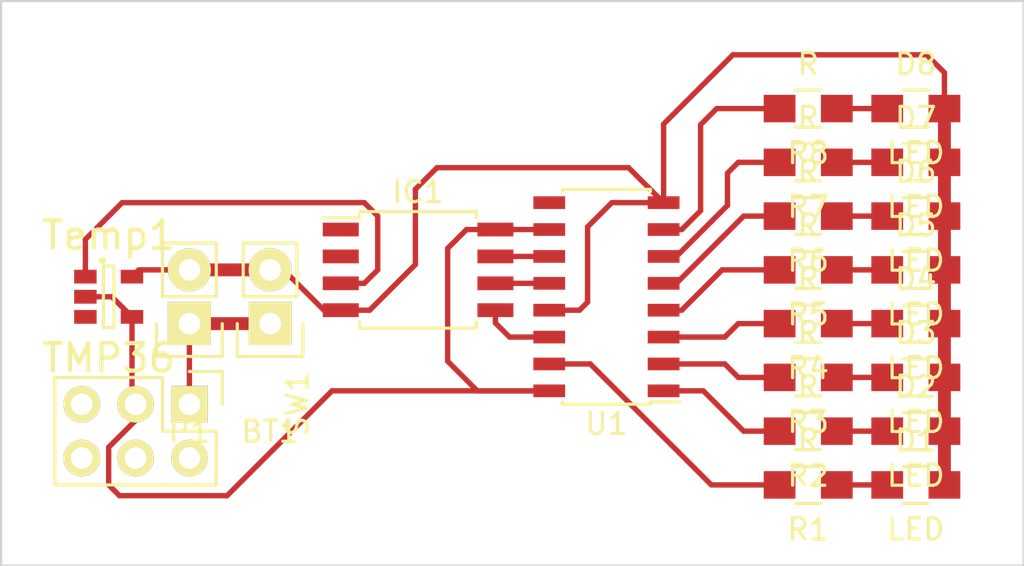
<source format=kicad_pcb>
(kicad_pcb (version 4) (host pcbnew 0.201505222246+5678~23~ubuntu14.04.1-product)

  (general
    (links 40)
    (no_connects 0)
    (area -0.050001 -26.720001 48.310001 0.050001)
    (thickness 1.6)
    (drawings 5)
    (tracks 104)
    (zones 0)
    (modules 22)
    (nets 30)
  )

  (page A4)
  (layers
    (0 F.Cu signal)
    (31 B.Cu signal)
    (32 B.Adhes user)
    (33 F.Adhes user)
    (34 B.Paste user)
    (35 F.Paste user)
    (36 B.SilkS user)
    (37 F.SilkS user)
    (38 B.Mask user)
    (39 F.Mask user)
    (40 Dwgs.User user)
    (41 Cmts.User user)
    (42 Eco1.User user)
    (43 Eco2.User user)
    (44 Edge.Cuts user)
    (45 Margin user)
    (46 B.CrtYd user)
    (47 F.CrtYd user)
    (48 B.Fab user)
    (49 F.Fab user)
  )

  (setup
    (last_trace_width 0.254)
    (user_trace_width 0.2032)
    (user_trace_width 0.6096)
    (user_trace_width 1.27)
    (user_trace_width 2.54)
    (trace_clearance 0.254)
    (zone_clearance 0.508)
    (zone_45_only no)
    (trace_min 0)
    (segment_width 0.2)
    (edge_width 0.1)
    (via_size 0.889)
    (via_drill 0.635)
    (via_min_size 0.889)
    (via_min_drill 0.508)
    (uvia_size 0.508)
    (uvia_drill 0.127)
    (uvias_allowed no)
    (uvia_min_size 0.508)
    (uvia_min_drill 0.127)
    (pcb_text_width 0.3)
    (pcb_text_size 1.5 1.5)
    (mod_edge_width 0.15)
    (mod_text_size 1 1)
    (mod_text_width 0.15)
    (pad_size 1.5 1.5)
    (pad_drill 0.6)
    (pad_to_mask_clearance 0)
    (aux_axis_origin 0 0)
    (grid_origin 24.13 -7.112)
    (visible_elements FFFFFF7F)
    (pcbplotparams
      (layerselection 0x01000_00000001)
      (usegerberextensions false)
      (excludeedgelayer true)
      (linewidth 0.100000)
      (plotframeref false)
      (viasonmask false)
      (mode 1)
      (useauxorigin false)
      (hpglpennumber 1)
      (hpglpenspeed 20)
      (hpglpendiameter 15)
      (hpglpenoverlay 2)
      (psnegative false)
      (psa4output false)
      (plotreference false)
      (plotvalue false)
      (plotinvisibletext false)
      (padsonsilk false)
      (subtractmaskfromsilk false)
      (outputformat 1)
      (mirror false)
      (drillshape 0)
      (scaleselection 1)
      (outputdirectory ""))
  )

  (net 0 "")
  (net 1 GND)
  (net 2 VCC)
  (net 3 "Net-(IC1-Pad1)")
  (net 4 "Net-(IC1-Pad2)")
  (net 5 "Net-(IC1-Pad3)")
  (net 6 "Net-(IC1-Pad5)")
  (net 7 "Net-(IC1-Pad6)")
  (net 8 "Net-(IC1-Pad7)")
  (net 9 "Net-(R1-Pad2)")
  (net 10 "Net-(R2-Pad2)")
  (net 11 "Net-(R3-Pad2)")
  (net 12 "Net-(R4-Pad2)")
  (net 13 "Net-(R5-Pad2)")
  (net 14 "Net-(R6-Pad2)")
  (net 15 "Net-(R7-Pad2)")
  (net 16 "Net-(U1-Pad9)")
  (net 17 "Net-(D1-Pad1)")
  (net 18 "Net-(D2-Pad1)")
  (net 19 "Net-(D3-Pad1)")
  (net 20 "Net-(D4-Pad1)")
  (net 21 "Net-(D5-Pad1)")
  (net 22 "Net-(D6-Pad1)")
  (net 23 "Net-(D7-Pad1)")
  (net 24 "Net-(D8-Pad1)")
  (net 25 "Net-(R8-Pad2)")
  (net 26 "Net-(Temp1-Pad3)")
  (net 27 "Net-(BT1-Pad1)")
  (net 28 "Net-(SW1-Pad4)")
  (net 29 "Net-(SW1-Pad2)")

  (net_class Default "This is the default net class."
    (clearance 0.254)
    (trace_width 0.254)
    (via_dia 0.889)
    (via_drill 0.635)
    (uvia_dia 0.508)
    (uvia_drill 0.127)
    (add_net GND)
    (add_net "Net-(BT1-Pad1)")
    (add_net "Net-(D1-Pad1)")
    (add_net "Net-(D2-Pad1)")
    (add_net "Net-(D3-Pad1)")
    (add_net "Net-(D4-Pad1)")
    (add_net "Net-(D5-Pad1)")
    (add_net "Net-(D6-Pad1)")
    (add_net "Net-(D7-Pad1)")
    (add_net "Net-(D8-Pad1)")
    (add_net "Net-(IC1-Pad1)")
    (add_net "Net-(IC1-Pad2)")
    (add_net "Net-(IC1-Pad3)")
    (add_net "Net-(IC1-Pad5)")
    (add_net "Net-(IC1-Pad6)")
    (add_net "Net-(IC1-Pad7)")
    (add_net "Net-(R1-Pad2)")
    (add_net "Net-(R2-Pad2)")
    (add_net "Net-(R3-Pad2)")
    (add_net "Net-(R4-Pad2)")
    (add_net "Net-(R5-Pad2)")
    (add_net "Net-(R6-Pad2)")
    (add_net "Net-(R7-Pad2)")
    (add_net "Net-(R8-Pad2)")
    (add_net "Net-(SW1-Pad2)")
    (add_net "Net-(SW1-Pad4)")
    (add_net "Net-(Temp1-Pad3)")
    (add_net "Net-(U1-Pad9)")
    (add_net VCC)
  )

  (module Pin_Headers:Pin_Header_Straight_1x02 (layer F.Cu) (tedit 54EA090C) (tstamp 54F92B65)
    (at 8.89 -11.43 180)
    (descr "Through hole pin header")
    (tags "pin header")
    (path /54F92F96)
    (fp_text reference P1 (at 0 -5.1 180) (layer F.SilkS)
      (effects (font (size 1 1) (thickness 0.15)))
    )
    (fp_text value CONN_01X02 (at 0 -3.1 180) (layer F.SilkS) hide
      (effects (font (size 1 1) (thickness 0.15)))
    )
    (fp_line (start 1.27 1.27) (end 1.27 3.81) (layer F.SilkS) (width 0.15))
    (fp_line (start 1.55 -1.55) (end 1.55 0) (layer F.SilkS) (width 0.15))
    (fp_line (start -1.75 -1.75) (end -1.75 4.3) (layer F.CrtYd) (width 0.05))
    (fp_line (start 1.75 -1.75) (end 1.75 4.3) (layer F.CrtYd) (width 0.05))
    (fp_line (start -1.75 -1.75) (end 1.75 -1.75) (layer F.CrtYd) (width 0.05))
    (fp_line (start -1.75 4.3) (end 1.75 4.3) (layer F.CrtYd) (width 0.05))
    (fp_line (start 1.27 1.27) (end -1.27 1.27) (layer F.SilkS) (width 0.15))
    (fp_line (start -1.55 0) (end -1.55 -1.55) (layer F.SilkS) (width 0.15))
    (fp_line (start -1.55 -1.55) (end 1.55 -1.55) (layer F.SilkS) (width 0.15))
    (fp_line (start -1.27 1.27) (end -1.27 3.81) (layer F.SilkS) (width 0.15))
    (fp_line (start -1.27 3.81) (end 1.27 3.81) (layer F.SilkS) (width 0.15))
    (pad 1 thru_hole rect (at 0 0 180) (size 2.032 2.032) (drill 1.016) (layers *.Cu *.Mask F.SilkS)
      (net 27 "Net-(BT1-Pad1)"))
    (pad 2 thru_hole oval (at 0 2.54 180) (size 2.032 2.032) (drill 1.016) (layers *.Cu *.Mask F.SilkS)
      (net 1 GND))
    (model Pin_Headers/Pin_Header_Straight_1x02.wrl
      (at (xyz 0 -0.05 0))
      (scale (xyz 1 1 1))
      (rotate (xyz 0 0 90))
    )
  )

  (module Housings_SOT-23_SOT-143_TSOT-6:SOT-23-5 (layer F.Cu) (tedit 53DE885F) (tstamp 54FE51B4)
    (at 5.08 -12.7)
    (descr "5-pin SOT23 package")
    (tags SOT-23-5)
    (path /54FE92E6)
    (attr smd)
    (fp_text reference Temp1 (at 0 -2.9) (layer F.SilkS)
      (effects (font (size 1.3 1.3) (thickness 0.2)))
    )
    (fp_text value TMP36 (at 0 2.9) (layer F.SilkS)
      (effects (font (size 1.3 1.3) (thickness 0.2)))
    )
    (fp_circle (center -0.3 -1.7) (end -0.2 -1.7) (layer F.SilkS) (width 0.15))
    (fp_line (start 0.25 -1.45) (end -0.25 -1.45) (layer F.SilkS) (width 0.15))
    (fp_line (start 0.25 1.45) (end 0.25 -1.45) (layer F.SilkS) (width 0.15))
    (fp_line (start -0.25 1.45) (end 0.25 1.45) (layer F.SilkS) (width 0.15))
    (fp_line (start -0.25 -1.45) (end -0.25 1.45) (layer F.SilkS) (width 0.15))
    (pad 1 smd rect (at -1.1 -0.95) (size 1.06 0.65) (layers F.Cu F.Paste F.Mask)
      (net 5 "Net-(IC1-Pad3)"))
    (pad 2 smd rect (at -1.1 0) (size 1.06 0.65) (layers F.Cu F.Paste F.Mask)
      (net 2 VCC))
    (pad 3 smd rect (at -1.1 0.95) (size 1.06 0.65) (layers F.Cu F.Paste F.Mask)
      (net 26 "Net-(Temp1-Pad3)"))
    (pad 4 smd rect (at 1.1 0.95) (size 1.06 0.65) (layers F.Cu F.Paste F.Mask)
      (net 2 VCC))
    (pad 5 smd rect (at 1.1 -0.95) (size 1.06 0.65) (layers F.Cu F.Paste F.Mask)
      (net 1 GND))
    (model Housings_SOT-23_SOT-143_TSOT-6/SOT-23-5.wrl
      (at (xyz 0 0 0))
      (scale (xyz 1 1 1))
      (rotate (xyz 0 0 0))
    )
  )

  (module Pin_Headers:Pin_Header_Straight_1x02 (layer F.Cu) (tedit 54EA090C) (tstamp 54FE51FC)
    (at 12.7 -11.43 180)
    (descr "Through hole pin header")
    (tags "pin header")
    (path /54F92275)
    (fp_text reference BT1 (at 0 -5.1 180) (layer F.SilkS)
      (effects (font (size 1 1) (thickness 0.15)))
    )
    (fp_text value BATTERY (at 0 -3.1 180) (layer F.SilkS) hide
      (effects (font (size 1 1) (thickness 0.15)))
    )
    (fp_line (start 1.27 1.27) (end 1.27 3.81) (layer F.SilkS) (width 0.15))
    (fp_line (start 1.55 -1.55) (end 1.55 0) (layer F.SilkS) (width 0.15))
    (fp_line (start -1.75 -1.75) (end -1.75 4.3) (layer F.CrtYd) (width 0.05))
    (fp_line (start 1.75 -1.75) (end 1.75 4.3) (layer F.CrtYd) (width 0.05))
    (fp_line (start -1.75 -1.75) (end 1.75 -1.75) (layer F.CrtYd) (width 0.05))
    (fp_line (start -1.75 4.3) (end 1.75 4.3) (layer F.CrtYd) (width 0.05))
    (fp_line (start 1.27 1.27) (end -1.27 1.27) (layer F.SilkS) (width 0.15))
    (fp_line (start -1.55 0) (end -1.55 -1.55) (layer F.SilkS) (width 0.15))
    (fp_line (start -1.55 -1.55) (end 1.55 -1.55) (layer F.SilkS) (width 0.15))
    (fp_line (start -1.27 1.27) (end -1.27 3.81) (layer F.SilkS) (width 0.15))
    (fp_line (start -1.27 3.81) (end 1.27 3.81) (layer F.SilkS) (width 0.15))
    (pad 1 thru_hole rect (at 0 0 180) (size 2.032 2.032) (drill 1.016) (layers *.Cu *.Mask F.SilkS)
      (net 27 "Net-(BT1-Pad1)"))
    (pad 2 thru_hole oval (at 0 2.54 180) (size 2.032 2.032) (drill 1.016) (layers *.Cu *.Mask F.SilkS)
      (net 1 GND))
    (model Pin_Headers/Pin_Header_Straight_1x02.wrl
      (at (xyz 0 -0.05 0))
      (scale (xyz 1 1 1))
      (rotate (xyz 0 0 90))
    )
  )

  (module Resistors_SMD:R_0805_HandSoldering (layer F.Cu) (tedit 54189DEE) (tstamp 54FFA7D5)
    (at 43.18 -3.81)
    (descr "Resistor SMD 0805, hand soldering")
    (tags "resistor 0805")
    (path /54FE575E)
    (attr smd)
    (fp_text reference D1 (at 0 -2.1) (layer F.SilkS)
      (effects (font (size 1 1) (thickness 0.15)))
    )
    (fp_text value LED (at 0 2.1) (layer F.SilkS)
      (effects (font (size 1 1) (thickness 0.15)))
    )
    (fp_line (start -2.4 -1) (end 2.4 -1) (layer F.CrtYd) (width 0.05))
    (fp_line (start -2.4 1) (end 2.4 1) (layer F.CrtYd) (width 0.05))
    (fp_line (start -2.4 -1) (end -2.4 1) (layer F.CrtYd) (width 0.05))
    (fp_line (start 2.4 -1) (end 2.4 1) (layer F.CrtYd) (width 0.05))
    (fp_line (start 0.6 0.875) (end -0.6 0.875) (layer F.SilkS) (width 0.15))
    (fp_line (start -0.6 -0.875) (end 0.6 -0.875) (layer F.SilkS) (width 0.15))
    (pad 1 smd rect (at -1.35 0) (size 1.5 1.3) (layers F.Cu F.Paste F.Mask)
      (net 17 "Net-(D1-Pad1)"))
    (pad 2 smd rect (at 1.35 0) (size 1.5 1.3) (layers F.Cu F.Paste F.Mask)
      (net 1 GND))
    (model Resistors_SMD/R_0805_HandSoldering.wrl
      (at (xyz 0 0 0))
      (scale (xyz 1 1 1))
      (rotate (xyz 0 0 0))
    )
  )

  (module Resistors_SMD:R_0805_HandSoldering (layer F.Cu) (tedit 54189DEE) (tstamp 54FFA7CE)
    (at 43.18 -6.35)
    (descr "Resistor SMD 0805, hand soldering")
    (tags "resistor 0805")
    (path /54FE57DB)
    (attr smd)
    (fp_text reference D2 (at 0 -2.1) (layer F.SilkS)
      (effects (font (size 1 1) (thickness 0.15)))
    )
    (fp_text value LED (at 0 2.1) (layer F.SilkS)
      (effects (font (size 1 1) (thickness 0.15)))
    )
    (fp_line (start -2.4 -1) (end 2.4 -1) (layer F.CrtYd) (width 0.05))
    (fp_line (start -2.4 1) (end 2.4 1) (layer F.CrtYd) (width 0.05))
    (fp_line (start -2.4 -1) (end -2.4 1) (layer F.CrtYd) (width 0.05))
    (fp_line (start 2.4 -1) (end 2.4 1) (layer F.CrtYd) (width 0.05))
    (fp_line (start 0.6 0.875) (end -0.6 0.875) (layer F.SilkS) (width 0.15))
    (fp_line (start -0.6 -0.875) (end 0.6 -0.875) (layer F.SilkS) (width 0.15))
    (pad 1 smd rect (at -1.35 0) (size 1.5 1.3) (layers F.Cu F.Paste F.Mask)
      (net 18 "Net-(D2-Pad1)"))
    (pad 2 smd rect (at 1.35 0) (size 1.5 1.3) (layers F.Cu F.Paste F.Mask)
      (net 1 GND))
    (model Resistors_SMD/R_0805_HandSoldering.wrl
      (at (xyz 0 0 0))
      (scale (xyz 1 1 1))
      (rotate (xyz 0 0 0))
    )
  )

  (module Resistors_SMD:R_0805_HandSoldering (layer F.Cu) (tedit 54189DEE) (tstamp 54FFA7C7)
    (at 43.18 -8.89)
    (descr "Resistor SMD 0805, hand soldering")
    (tags "resistor 0805")
    (path /54FE580F)
    (attr smd)
    (fp_text reference D3 (at 0 -2.1) (layer F.SilkS)
      (effects (font (size 1 1) (thickness 0.15)))
    )
    (fp_text value LED (at 0 2.1) (layer F.SilkS)
      (effects (font (size 1 1) (thickness 0.15)))
    )
    (fp_line (start -2.4 -1) (end 2.4 -1) (layer F.CrtYd) (width 0.05))
    (fp_line (start -2.4 1) (end 2.4 1) (layer F.CrtYd) (width 0.05))
    (fp_line (start -2.4 -1) (end -2.4 1) (layer F.CrtYd) (width 0.05))
    (fp_line (start 2.4 -1) (end 2.4 1) (layer F.CrtYd) (width 0.05))
    (fp_line (start 0.6 0.875) (end -0.6 0.875) (layer F.SilkS) (width 0.15))
    (fp_line (start -0.6 -0.875) (end 0.6 -0.875) (layer F.SilkS) (width 0.15))
    (pad 1 smd rect (at -1.35 0) (size 1.5 1.3) (layers F.Cu F.Paste F.Mask)
      (net 19 "Net-(D3-Pad1)"))
    (pad 2 smd rect (at 1.35 0) (size 1.5 1.3) (layers F.Cu F.Paste F.Mask)
      (net 1 GND))
    (model Resistors_SMD/R_0805_HandSoldering.wrl
      (at (xyz 0 0 0))
      (scale (xyz 1 1 1))
      (rotate (xyz 0 0 0))
    )
  )

  (module Resistors_SMD:R_0805_HandSoldering (layer F.Cu) (tedit 54189DEE) (tstamp 54FFA7C0)
    (at 43.18 -11.43)
    (descr "Resistor SMD 0805, hand soldering")
    (tags "resistor 0805")
    (path /54FE5875)
    (attr smd)
    (fp_text reference D4 (at 0 -2.1) (layer F.SilkS)
      (effects (font (size 1 1) (thickness 0.15)))
    )
    (fp_text value LED (at 0 2.1) (layer F.SilkS)
      (effects (font (size 1 1) (thickness 0.15)))
    )
    (fp_line (start -2.4 -1) (end 2.4 -1) (layer F.CrtYd) (width 0.05))
    (fp_line (start -2.4 1) (end 2.4 1) (layer F.CrtYd) (width 0.05))
    (fp_line (start -2.4 -1) (end -2.4 1) (layer F.CrtYd) (width 0.05))
    (fp_line (start 2.4 -1) (end 2.4 1) (layer F.CrtYd) (width 0.05))
    (fp_line (start 0.6 0.875) (end -0.6 0.875) (layer F.SilkS) (width 0.15))
    (fp_line (start -0.6 -0.875) (end 0.6 -0.875) (layer F.SilkS) (width 0.15))
    (pad 1 smd rect (at -1.35 0) (size 1.5 1.3) (layers F.Cu F.Paste F.Mask)
      (net 20 "Net-(D4-Pad1)"))
    (pad 2 smd rect (at 1.35 0) (size 1.5 1.3) (layers F.Cu F.Paste F.Mask)
      (net 1 GND))
    (model Resistors_SMD/R_0805_HandSoldering.wrl
      (at (xyz 0 0 0))
      (scale (xyz 1 1 1))
      (rotate (xyz 0 0 0))
    )
  )

  (module Resistors_SMD:R_0805_HandSoldering (layer F.Cu) (tedit 54189DEE) (tstamp 54FFA7B9)
    (at 43.18 -13.97)
    (descr "Resistor SMD 0805, hand soldering")
    (tags "resistor 0805")
    (path /54FE58A9)
    (attr smd)
    (fp_text reference D5 (at 0 -2.1) (layer F.SilkS)
      (effects (font (size 1 1) (thickness 0.15)))
    )
    (fp_text value LED (at 0 2.1) (layer F.SilkS)
      (effects (font (size 1 1) (thickness 0.15)))
    )
    (fp_line (start -2.4 -1) (end 2.4 -1) (layer F.CrtYd) (width 0.05))
    (fp_line (start -2.4 1) (end 2.4 1) (layer F.CrtYd) (width 0.05))
    (fp_line (start -2.4 -1) (end -2.4 1) (layer F.CrtYd) (width 0.05))
    (fp_line (start 2.4 -1) (end 2.4 1) (layer F.CrtYd) (width 0.05))
    (fp_line (start 0.6 0.875) (end -0.6 0.875) (layer F.SilkS) (width 0.15))
    (fp_line (start -0.6 -0.875) (end 0.6 -0.875) (layer F.SilkS) (width 0.15))
    (pad 1 smd rect (at -1.35 0) (size 1.5 1.3) (layers F.Cu F.Paste F.Mask)
      (net 21 "Net-(D5-Pad1)"))
    (pad 2 smd rect (at 1.35 0) (size 1.5 1.3) (layers F.Cu F.Paste F.Mask)
      (net 1 GND))
    (model Resistors_SMD/R_0805_HandSoldering.wrl
      (at (xyz 0 0 0))
      (scale (xyz 1 1 1))
      (rotate (xyz 0 0 0))
    )
  )

  (module Resistors_SMD:R_0805_HandSoldering (layer F.Cu) (tedit 54189DEE) (tstamp 54FFA7B2)
    (at 43.18 -16.51)
    (descr "Resistor SMD 0805, hand soldering")
    (tags "resistor 0805")
    (path /54FE58DF)
    (attr smd)
    (fp_text reference D6 (at 0 -2.1) (layer F.SilkS)
      (effects (font (size 1 1) (thickness 0.15)))
    )
    (fp_text value LED (at 0 2.1) (layer F.SilkS)
      (effects (font (size 1 1) (thickness 0.15)))
    )
    (fp_line (start -2.4 -1) (end 2.4 -1) (layer F.CrtYd) (width 0.05))
    (fp_line (start -2.4 1) (end 2.4 1) (layer F.CrtYd) (width 0.05))
    (fp_line (start -2.4 -1) (end -2.4 1) (layer F.CrtYd) (width 0.05))
    (fp_line (start 2.4 -1) (end 2.4 1) (layer F.CrtYd) (width 0.05))
    (fp_line (start 0.6 0.875) (end -0.6 0.875) (layer F.SilkS) (width 0.15))
    (fp_line (start -0.6 -0.875) (end 0.6 -0.875) (layer F.SilkS) (width 0.15))
    (pad 1 smd rect (at -1.35 0) (size 1.5 1.3) (layers F.Cu F.Paste F.Mask)
      (net 22 "Net-(D6-Pad1)"))
    (pad 2 smd rect (at 1.35 0) (size 1.5 1.3) (layers F.Cu F.Paste F.Mask)
      (net 1 GND))
    (model Resistors_SMD/R_0805_HandSoldering.wrl
      (at (xyz 0 0 0))
      (scale (xyz 1 1 1))
      (rotate (xyz 0 0 0))
    )
  )

  (module Resistors_SMD:R_0805_HandSoldering (layer F.Cu) (tedit 54189DEE) (tstamp 54FFA7AB)
    (at 43.18 -19.05)
    (descr "Resistor SMD 0805, hand soldering")
    (tags "resistor 0805")
    (path /54FE591B)
    (attr smd)
    (fp_text reference D7 (at 0 -2.1) (layer F.SilkS)
      (effects (font (size 1 1) (thickness 0.15)))
    )
    (fp_text value LED (at 0 2.1) (layer F.SilkS)
      (effects (font (size 1 1) (thickness 0.15)))
    )
    (fp_line (start -2.4 -1) (end 2.4 -1) (layer F.CrtYd) (width 0.05))
    (fp_line (start -2.4 1) (end 2.4 1) (layer F.CrtYd) (width 0.05))
    (fp_line (start -2.4 -1) (end -2.4 1) (layer F.CrtYd) (width 0.05))
    (fp_line (start 2.4 -1) (end 2.4 1) (layer F.CrtYd) (width 0.05))
    (fp_line (start 0.6 0.875) (end -0.6 0.875) (layer F.SilkS) (width 0.15))
    (fp_line (start -0.6 -0.875) (end 0.6 -0.875) (layer F.SilkS) (width 0.15))
    (pad 1 smd rect (at -1.35 0) (size 1.5 1.3) (layers F.Cu F.Paste F.Mask)
      (net 23 "Net-(D7-Pad1)"))
    (pad 2 smd rect (at 1.35 0) (size 1.5 1.3) (layers F.Cu F.Paste F.Mask)
      (net 1 GND))
    (model Resistors_SMD/R_0805_HandSoldering.wrl
      (at (xyz 0 0 0))
      (scale (xyz 1 1 1))
      (rotate (xyz 0 0 0))
    )
  )

  (module Resistors_SMD:R_0805_HandSoldering (layer F.Cu) (tedit 54189DEE) (tstamp 54FFA7A4)
    (at 43.18 -21.59)
    (descr "Resistor SMD 0805, hand soldering")
    (tags "resistor 0805")
    (path /54FE5955)
    (attr smd)
    (fp_text reference D8 (at 0 -2.1) (layer F.SilkS)
      (effects (font (size 1 1) (thickness 0.15)))
    )
    (fp_text value LED (at 0 2.1) (layer F.SilkS)
      (effects (font (size 1 1) (thickness 0.15)))
    )
    (fp_line (start -2.4 -1) (end 2.4 -1) (layer F.CrtYd) (width 0.05))
    (fp_line (start -2.4 1) (end 2.4 1) (layer F.CrtYd) (width 0.05))
    (fp_line (start -2.4 -1) (end -2.4 1) (layer F.CrtYd) (width 0.05))
    (fp_line (start 2.4 -1) (end 2.4 1) (layer F.CrtYd) (width 0.05))
    (fp_line (start 0.6 0.875) (end -0.6 0.875) (layer F.SilkS) (width 0.15))
    (fp_line (start -0.6 -0.875) (end 0.6 -0.875) (layer F.SilkS) (width 0.15))
    (pad 1 smd rect (at -1.35 0) (size 1.5 1.3) (layers F.Cu F.Paste F.Mask)
      (net 24 "Net-(D8-Pad1)"))
    (pad 2 smd rect (at 1.35 0) (size 1.5 1.3) (layers F.Cu F.Paste F.Mask)
      (net 1 GND))
    (model Resistors_SMD/R_0805_HandSoldering.wrl
      (at (xyz 0 0 0))
      (scale (xyz 1 1 1))
      (rotate (xyz 0 0 0))
    )
  )

  (module Resistors_SMD:R_0805_HandSoldering (layer F.Cu) (tedit 54189DEE) (tstamp 54FFA79D)
    (at 38.1 -3.81 180)
    (descr "Resistor SMD 0805, hand soldering")
    (tags "resistor 0805")
    (path /54F9325F)
    (attr smd)
    (fp_text reference R1 (at 0 -2.1 180) (layer F.SilkS)
      (effects (font (size 1 1) (thickness 0.15)))
    )
    (fp_text value R (at 0 2.1 180) (layer F.SilkS)
      (effects (font (size 1 1) (thickness 0.15)))
    )
    (fp_line (start -2.4 -1) (end 2.4 -1) (layer F.CrtYd) (width 0.05))
    (fp_line (start -2.4 1) (end 2.4 1) (layer F.CrtYd) (width 0.05))
    (fp_line (start -2.4 -1) (end -2.4 1) (layer F.CrtYd) (width 0.05))
    (fp_line (start 2.4 -1) (end 2.4 1) (layer F.CrtYd) (width 0.05))
    (fp_line (start 0.6 0.875) (end -0.6 0.875) (layer F.SilkS) (width 0.15))
    (fp_line (start -0.6 -0.875) (end 0.6 -0.875) (layer F.SilkS) (width 0.15))
    (pad 1 smd rect (at -1.35 0 180) (size 1.5 1.3) (layers F.Cu F.Paste F.Mask)
      (net 17 "Net-(D1-Pad1)"))
    (pad 2 smd rect (at 1.35 0 180) (size 1.5 1.3) (layers F.Cu F.Paste F.Mask)
      (net 9 "Net-(R1-Pad2)"))
    (model Resistors_SMD/R_0805_HandSoldering.wrl
      (at (xyz 0 0 0))
      (scale (xyz 1 1 1))
      (rotate (xyz 0 0 0))
    )
  )

  (module Resistors_SMD:R_0805_HandSoldering (layer F.Cu) (tedit 54189DEE) (tstamp 54FFA796)
    (at 38.1 -6.35 180)
    (descr "Resistor SMD 0805, hand soldering")
    (tags "resistor 0805")
    (path /54F9335C)
    (attr smd)
    (fp_text reference R2 (at 0 -2.1 180) (layer F.SilkS)
      (effects (font (size 1 1) (thickness 0.15)))
    )
    (fp_text value R (at 0 2.1 180) (layer F.SilkS)
      (effects (font (size 1 1) (thickness 0.15)))
    )
    (fp_line (start -2.4 -1) (end 2.4 -1) (layer F.CrtYd) (width 0.05))
    (fp_line (start -2.4 1) (end 2.4 1) (layer F.CrtYd) (width 0.05))
    (fp_line (start -2.4 -1) (end -2.4 1) (layer F.CrtYd) (width 0.05))
    (fp_line (start 2.4 -1) (end 2.4 1) (layer F.CrtYd) (width 0.05))
    (fp_line (start 0.6 0.875) (end -0.6 0.875) (layer F.SilkS) (width 0.15))
    (fp_line (start -0.6 -0.875) (end 0.6 -0.875) (layer F.SilkS) (width 0.15))
    (pad 1 smd rect (at -1.35 0 180) (size 1.5 1.3) (layers F.Cu F.Paste F.Mask)
      (net 18 "Net-(D2-Pad1)"))
    (pad 2 smd rect (at 1.35 0 180) (size 1.5 1.3) (layers F.Cu F.Paste F.Mask)
      (net 10 "Net-(R2-Pad2)"))
    (model Resistors_SMD/R_0805_HandSoldering.wrl
      (at (xyz 0 0 0))
      (scale (xyz 1 1 1))
      (rotate (xyz 0 0 0))
    )
  )

  (module Resistors_SMD:R_0805_HandSoldering (layer F.Cu) (tedit 54189DEE) (tstamp 54FFA78F)
    (at 38.1 -8.89 180)
    (descr "Resistor SMD 0805, hand soldering")
    (tags "resistor 0805")
    (path /54F93382)
    (attr smd)
    (fp_text reference R3 (at 0 -2.1 180) (layer F.SilkS)
      (effects (font (size 1 1) (thickness 0.15)))
    )
    (fp_text value R (at 0 2.1 180) (layer F.SilkS)
      (effects (font (size 1 1) (thickness 0.15)))
    )
    (fp_line (start -2.4 -1) (end 2.4 -1) (layer F.CrtYd) (width 0.05))
    (fp_line (start -2.4 1) (end 2.4 1) (layer F.CrtYd) (width 0.05))
    (fp_line (start -2.4 -1) (end -2.4 1) (layer F.CrtYd) (width 0.05))
    (fp_line (start 2.4 -1) (end 2.4 1) (layer F.CrtYd) (width 0.05))
    (fp_line (start 0.6 0.875) (end -0.6 0.875) (layer F.SilkS) (width 0.15))
    (fp_line (start -0.6 -0.875) (end 0.6 -0.875) (layer F.SilkS) (width 0.15))
    (pad 1 smd rect (at -1.35 0 180) (size 1.5 1.3) (layers F.Cu F.Paste F.Mask)
      (net 19 "Net-(D3-Pad1)"))
    (pad 2 smd rect (at 1.35 0 180) (size 1.5 1.3) (layers F.Cu F.Paste F.Mask)
      (net 11 "Net-(R3-Pad2)"))
    (model Resistors_SMD/R_0805_HandSoldering.wrl
      (at (xyz 0 0 0))
      (scale (xyz 1 1 1))
      (rotate (xyz 0 0 0))
    )
  )

  (module Resistors_SMD:R_0805_HandSoldering (layer F.Cu) (tedit 54189DEE) (tstamp 54FFA788)
    (at 38.1 -11.43 180)
    (descr "Resistor SMD 0805, hand soldering")
    (tags "resistor 0805")
    (path /54F933A6)
    (attr smd)
    (fp_text reference R4 (at 0 -2.1 180) (layer F.SilkS)
      (effects (font (size 1 1) (thickness 0.15)))
    )
    (fp_text value R (at 0 2.1 180) (layer F.SilkS)
      (effects (font (size 1 1) (thickness 0.15)))
    )
    (fp_line (start -2.4 -1) (end 2.4 -1) (layer F.CrtYd) (width 0.05))
    (fp_line (start -2.4 1) (end 2.4 1) (layer F.CrtYd) (width 0.05))
    (fp_line (start -2.4 -1) (end -2.4 1) (layer F.CrtYd) (width 0.05))
    (fp_line (start 2.4 -1) (end 2.4 1) (layer F.CrtYd) (width 0.05))
    (fp_line (start 0.6 0.875) (end -0.6 0.875) (layer F.SilkS) (width 0.15))
    (fp_line (start -0.6 -0.875) (end 0.6 -0.875) (layer F.SilkS) (width 0.15))
    (pad 1 smd rect (at -1.35 0 180) (size 1.5 1.3) (layers F.Cu F.Paste F.Mask)
      (net 20 "Net-(D4-Pad1)"))
    (pad 2 smd rect (at 1.35 0 180) (size 1.5 1.3) (layers F.Cu F.Paste F.Mask)
      (net 12 "Net-(R4-Pad2)"))
    (model Resistors_SMD/R_0805_HandSoldering.wrl
      (at (xyz 0 0 0))
      (scale (xyz 1 1 1))
      (rotate (xyz 0 0 0))
    )
  )

  (module Resistors_SMD:R_0805_HandSoldering (layer F.Cu) (tedit 54189DEE) (tstamp 54FFA781)
    (at 38.1 -13.97 180)
    (descr "Resistor SMD 0805, hand soldering")
    (tags "resistor 0805")
    (path /54F933D0)
    (attr smd)
    (fp_text reference R5 (at 0 -2.1 180) (layer F.SilkS)
      (effects (font (size 1 1) (thickness 0.15)))
    )
    (fp_text value R (at 0 2.1 180) (layer F.SilkS)
      (effects (font (size 1 1) (thickness 0.15)))
    )
    (fp_line (start -2.4 -1) (end 2.4 -1) (layer F.CrtYd) (width 0.05))
    (fp_line (start -2.4 1) (end 2.4 1) (layer F.CrtYd) (width 0.05))
    (fp_line (start -2.4 -1) (end -2.4 1) (layer F.CrtYd) (width 0.05))
    (fp_line (start 2.4 -1) (end 2.4 1) (layer F.CrtYd) (width 0.05))
    (fp_line (start 0.6 0.875) (end -0.6 0.875) (layer F.SilkS) (width 0.15))
    (fp_line (start -0.6 -0.875) (end 0.6 -0.875) (layer F.SilkS) (width 0.15))
    (pad 1 smd rect (at -1.35 0 180) (size 1.5 1.3) (layers F.Cu F.Paste F.Mask)
      (net 21 "Net-(D5-Pad1)"))
    (pad 2 smd rect (at 1.35 0 180) (size 1.5 1.3) (layers F.Cu F.Paste F.Mask)
      (net 13 "Net-(R5-Pad2)"))
    (model Resistors_SMD/R_0805_HandSoldering.wrl
      (at (xyz 0 0 0))
      (scale (xyz 1 1 1))
      (rotate (xyz 0 0 0))
    )
  )

  (module Resistors_SMD:R_0805_HandSoldering (layer F.Cu) (tedit 54189DEE) (tstamp 54FFA77A)
    (at 38.1 -16.51 180)
    (descr "Resistor SMD 0805, hand soldering")
    (tags "resistor 0805")
    (path /54F93403)
    (attr smd)
    (fp_text reference R6 (at 0 -2.1 180) (layer F.SilkS)
      (effects (font (size 1 1) (thickness 0.15)))
    )
    (fp_text value R (at 0 2.1 180) (layer F.SilkS)
      (effects (font (size 1 1) (thickness 0.15)))
    )
    (fp_line (start -2.4 -1) (end 2.4 -1) (layer F.CrtYd) (width 0.05))
    (fp_line (start -2.4 1) (end 2.4 1) (layer F.CrtYd) (width 0.05))
    (fp_line (start -2.4 -1) (end -2.4 1) (layer F.CrtYd) (width 0.05))
    (fp_line (start 2.4 -1) (end 2.4 1) (layer F.CrtYd) (width 0.05))
    (fp_line (start 0.6 0.875) (end -0.6 0.875) (layer F.SilkS) (width 0.15))
    (fp_line (start -0.6 -0.875) (end 0.6 -0.875) (layer F.SilkS) (width 0.15))
    (pad 1 smd rect (at -1.35 0 180) (size 1.5 1.3) (layers F.Cu F.Paste F.Mask)
      (net 22 "Net-(D6-Pad1)"))
    (pad 2 smd rect (at 1.35 0 180) (size 1.5 1.3) (layers F.Cu F.Paste F.Mask)
      (net 14 "Net-(R6-Pad2)"))
    (model Resistors_SMD/R_0805_HandSoldering.wrl
      (at (xyz 0 0 0))
      (scale (xyz 1 1 1))
      (rotate (xyz 0 0 0))
    )
  )

  (module Resistors_SMD:R_0805_HandSoldering (layer F.Cu) (tedit 54189DEE) (tstamp 54FFA773)
    (at 38.1 -19.05 180)
    (descr "Resistor SMD 0805, hand soldering")
    (tags "resistor 0805")
    (path /54F9342D)
    (attr smd)
    (fp_text reference R7 (at 0 -2.1 180) (layer F.SilkS)
      (effects (font (size 1 1) (thickness 0.15)))
    )
    (fp_text value R (at 0 2.1 180) (layer F.SilkS)
      (effects (font (size 1 1) (thickness 0.15)))
    )
    (fp_line (start -2.4 -1) (end 2.4 -1) (layer F.CrtYd) (width 0.05))
    (fp_line (start -2.4 1) (end 2.4 1) (layer F.CrtYd) (width 0.05))
    (fp_line (start -2.4 -1) (end -2.4 1) (layer F.CrtYd) (width 0.05))
    (fp_line (start 2.4 -1) (end 2.4 1) (layer F.CrtYd) (width 0.05))
    (fp_line (start 0.6 0.875) (end -0.6 0.875) (layer F.SilkS) (width 0.15))
    (fp_line (start -0.6 -0.875) (end 0.6 -0.875) (layer F.SilkS) (width 0.15))
    (pad 1 smd rect (at -1.35 0 180) (size 1.5 1.3) (layers F.Cu F.Paste F.Mask)
      (net 23 "Net-(D7-Pad1)"))
    (pad 2 smd rect (at 1.35 0 180) (size 1.5 1.3) (layers F.Cu F.Paste F.Mask)
      (net 15 "Net-(R7-Pad2)"))
    (model Resistors_SMD/R_0805_HandSoldering.wrl
      (at (xyz 0 0 0))
      (scale (xyz 1 1 1))
      (rotate (xyz 0 0 0))
    )
  )

  (module Resistors_SMD:R_0805_HandSoldering (layer F.Cu) (tedit 54189DEE) (tstamp 54FFA76C)
    (at 38.1 -21.59 180)
    (descr "Resistor SMD 0805, hand soldering")
    (tags "resistor 0805")
    (path /54FE56B5)
    (attr smd)
    (fp_text reference R8 (at 0 -2.1 180) (layer F.SilkS)
      (effects (font (size 1 1) (thickness 0.15)))
    )
    (fp_text value R (at 0 2.1 180) (layer F.SilkS)
      (effects (font (size 1 1) (thickness 0.15)))
    )
    (fp_line (start -2.4 -1) (end 2.4 -1) (layer F.CrtYd) (width 0.05))
    (fp_line (start -2.4 1) (end 2.4 1) (layer F.CrtYd) (width 0.05))
    (fp_line (start -2.4 -1) (end -2.4 1) (layer F.CrtYd) (width 0.05))
    (fp_line (start 2.4 -1) (end 2.4 1) (layer F.CrtYd) (width 0.05))
    (fp_line (start 0.6 0.875) (end -0.6 0.875) (layer F.SilkS) (width 0.15))
    (fp_line (start -0.6 -0.875) (end 0.6 -0.875) (layer F.SilkS) (width 0.15))
    (pad 1 smd rect (at -1.35 0 180) (size 1.5 1.3) (layers F.Cu F.Paste F.Mask)
      (net 24 "Net-(D8-Pad1)"))
    (pad 2 smd rect (at 1.35 0 180) (size 1.5 1.3) (layers F.Cu F.Paste F.Mask)
      (net 25 "Net-(R8-Pad2)"))
    (model Resistors_SMD/R_0805_HandSoldering.wrl
      (at (xyz 0 0 0))
      (scale (xyz 1 1 1))
      (rotate (xyz 0 0 0))
    )
  )

  (module Pin_Headers:Pin_Header_Straight_2x03 (layer F.Cu) (tedit 54EA0A4B) (tstamp 555F9A64)
    (at 8.89 -7.62 270)
    (descr "Through hole pin header")
    (tags "pin header")
    (path /55046211)
    (fp_text reference SW1 (at 0 -5.1 270) (layer F.SilkS)
      (effects (font (size 1 1) (thickness 0.15)))
    )
    (fp_text value Switch_DPST (at 0 -3.1 270) (layer F.Fab)
      (effects (font (size 1 1) (thickness 0.15)))
    )
    (fp_line (start -1.27 1.27) (end -1.27 6.35) (layer F.SilkS) (width 0.15))
    (fp_line (start -1.55 -1.55) (end 0 -1.55) (layer F.SilkS) (width 0.15))
    (fp_line (start -1.75 -1.75) (end -1.75 6.85) (layer F.CrtYd) (width 0.05))
    (fp_line (start 4.3 -1.75) (end 4.3 6.85) (layer F.CrtYd) (width 0.05))
    (fp_line (start -1.75 -1.75) (end 4.3 -1.75) (layer F.CrtYd) (width 0.05))
    (fp_line (start -1.75 6.85) (end 4.3 6.85) (layer F.CrtYd) (width 0.05))
    (fp_line (start 1.27 -1.27) (end 1.27 1.27) (layer F.SilkS) (width 0.15))
    (fp_line (start 1.27 1.27) (end -1.27 1.27) (layer F.SilkS) (width 0.15))
    (fp_line (start -1.27 6.35) (end 3.81 6.35) (layer F.SilkS) (width 0.15))
    (fp_line (start 3.81 6.35) (end 3.81 1.27) (layer F.SilkS) (width 0.15))
    (fp_line (start -1.55 -1.55) (end -1.55 0) (layer F.SilkS) (width 0.15))
    (fp_line (start 3.81 -1.27) (end 1.27 -1.27) (layer F.SilkS) (width 0.15))
    (fp_line (start 3.81 1.27) (end 3.81 -1.27) (layer F.SilkS) (width 0.15))
    (pad 1 thru_hole rect (at 0 0 270) (size 1.7272 1.7272) (drill 1.016) (layers *.Cu *.Mask F.SilkS)
      (net 27 "Net-(BT1-Pad1)"))
    (pad 2 thru_hole oval (at 2.54 0 270) (size 1.7272 1.7272) (drill 1.016) (layers *.Cu *.Mask F.SilkS)
      (net 29 "Net-(SW1-Pad2)"))
    (pad 3 thru_hole oval (at 0 2.54 270) (size 1.7272 1.7272) (drill 1.016) (layers *.Cu *.Mask F.SilkS)
      (net 2 VCC))
    (pad 4 thru_hole oval (at 2.54 2.54 270) (size 1.7272 1.7272) (drill 1.016) (layers *.Cu *.Mask F.SilkS)
      (net 28 "Net-(SW1-Pad4)"))
    (pad 5 thru_hole oval (at 0 5.08 270) (size 1.7272 1.7272) (drill 1.016) (layers *.Cu *.Mask F.SilkS))
    (pad 6 thru_hole oval (at 2.54 5.08 270) (size 1.7272 1.7272) (drill 1.016) (layers *.Cu *.Mask F.SilkS))
    (model Pin_Headers.3dshapes/Pin_Header_Straight_2x03.wrl
      (at (xyz 0.05 -0.1 0))
      (scale (xyz 1 1 1))
      (rotate (xyz 0 0 90))
    )
  )

  (module Housings_SOIC:SOIC-16_3.9x9.9mm_Pitch1.27mm (layer F.Cu) (tedit 54130A77) (tstamp 55635C52)
    (at 28.575 -12.7 180)
    (descr "16-Lead Plastic Small Outline (SL) - Narrow, 3.90 mm Body [SOIC] (see Microchip Packaging Specification 00000049BS.pdf)")
    (tags "SOIC 1.27")
    (path /54F92C44)
    (attr smd)
    (fp_text reference U1 (at 0 -6 180) (layer F.SilkS)
      (effects (font (size 1 1) (thickness 0.15)))
    )
    (fp_text value 74HC595 (at 0 6 180) (layer F.Fab)
      (effects (font (size 1 1) (thickness 0.15)))
    )
    (fp_line (start -3.7 -5.25) (end -3.7 5.25) (layer F.CrtYd) (width 0.05))
    (fp_line (start 3.7 -5.25) (end 3.7 5.25) (layer F.CrtYd) (width 0.05))
    (fp_line (start -3.7 -5.25) (end 3.7 -5.25) (layer F.CrtYd) (width 0.05))
    (fp_line (start -3.7 5.25) (end 3.7 5.25) (layer F.CrtYd) (width 0.05))
    (fp_line (start -2.075 -5.075) (end -2.075 -4.97) (layer F.SilkS) (width 0.15))
    (fp_line (start 2.075 -5.075) (end 2.075 -4.97) (layer F.SilkS) (width 0.15))
    (fp_line (start 2.075 5.075) (end 2.075 4.97) (layer F.SilkS) (width 0.15))
    (fp_line (start -2.075 5.075) (end -2.075 4.97) (layer F.SilkS) (width 0.15))
    (fp_line (start -2.075 -5.075) (end 2.075 -5.075) (layer F.SilkS) (width 0.15))
    (fp_line (start -2.075 5.075) (end 2.075 5.075) (layer F.SilkS) (width 0.15))
    (fp_line (start -2.075 -4.97) (end -3.45 -4.97) (layer F.SilkS) (width 0.15))
    (pad 1 smd rect (at -2.7 -4.445 180) (size 1.5 0.6) (layers F.Cu F.Paste F.Mask)
      (net 10 "Net-(R2-Pad2)"))
    (pad 2 smd rect (at -2.7 -3.175 180) (size 1.5 0.6) (layers F.Cu F.Paste F.Mask)
      (net 11 "Net-(R3-Pad2)"))
    (pad 3 smd rect (at -2.7 -1.905 180) (size 1.5 0.6) (layers F.Cu F.Paste F.Mask)
      (net 12 "Net-(R4-Pad2)"))
    (pad 4 smd rect (at -2.7 -0.635 180) (size 1.5 0.6) (layers F.Cu F.Paste F.Mask)
      (net 13 "Net-(R5-Pad2)"))
    (pad 5 smd rect (at -2.7 0.635 180) (size 1.5 0.6) (layers F.Cu F.Paste F.Mask)
      (net 14 "Net-(R6-Pad2)"))
    (pad 6 smd rect (at -2.7 1.905 180) (size 1.5 0.6) (layers F.Cu F.Paste F.Mask)
      (net 15 "Net-(R7-Pad2)"))
    (pad 7 smd rect (at -2.7 3.175 180) (size 1.5 0.6) (layers F.Cu F.Paste F.Mask)
      (net 25 "Net-(R8-Pad2)"))
    (pad 8 smd rect (at -2.7 4.445 180) (size 1.5 0.6) (layers F.Cu F.Paste F.Mask)
      (net 1 GND))
    (pad 9 smd rect (at 2.7 4.445 180) (size 1.5 0.6) (layers F.Cu F.Paste F.Mask)
      (net 16 "Net-(U1-Pad9)"))
    (pad 10 smd rect (at 2.7 3.175 180) (size 1.5 0.6) (layers F.Cu F.Paste F.Mask)
      (net 2 VCC))
    (pad 11 smd rect (at 2.7 1.905 180) (size 1.5 0.6) (layers F.Cu F.Paste F.Mask)
      (net 8 "Net-(IC1-Pad7)"))
    (pad 12 smd rect (at 2.7 0.635 180) (size 1.5 0.6) (layers F.Cu F.Paste F.Mask)
      (net 7 "Net-(IC1-Pad6)"))
    (pad 13 smd rect (at 2.7 -0.635 180) (size 1.5 0.6) (layers F.Cu F.Paste F.Mask)
      (net 1 GND))
    (pad 14 smd rect (at 2.7 -1.905 180) (size 1.5 0.6) (layers F.Cu F.Paste F.Mask)
      (net 6 "Net-(IC1-Pad5)"))
    (pad 15 smd rect (at 2.7 -3.175 180) (size 1.5 0.6) (layers F.Cu F.Paste F.Mask)
      (net 9 "Net-(R1-Pad2)"))
    (pad 16 smd rect (at 2.7 -4.445 180) (size 1.5 0.6) (layers F.Cu F.Paste F.Mask)
      (net 2 VCC))
    (model Housings_SOIC.3dshapes/SOIC-16_3.9x9.9mm_Pitch1.27mm.wrl
      (at (xyz 0 0 0))
      (scale (xyz 1 1 1))
      (rotate (xyz 0 0 0))
    )
  )

  (module Housings_SOIC:SOIJ-8_5.3x5.3mm_Pitch1.27mm (layer F.Cu) (tedit 54130A77) (tstamp 556366F3)
    (at 19.685 -13.97)
    (descr "8-Lead Plastic Small Outline (SM) - Medium, 5.28 mm Body [SOIC] (see Microchip Packaging Specification 00000049BS.pdf)")
    (tags "SOIC 1.27")
    (path /54F92312)
    (attr smd)
    (fp_text reference IC1 (at 0 -3.68) (layer F.SilkS)
      (effects (font (size 1 1) (thickness 0.15)))
    )
    (fp_text value ATTINY85-P (at 0 3.68) (layer F.Fab)
      (effects (font (size 1 1) (thickness 0.15)))
    )
    (fp_line (start -4.75 -2.95) (end -4.75 2.95) (layer F.CrtYd) (width 0.05))
    (fp_line (start 4.75 -2.95) (end 4.75 2.95) (layer F.CrtYd) (width 0.05))
    (fp_line (start -4.75 -2.95) (end 4.75 -2.95) (layer F.CrtYd) (width 0.05))
    (fp_line (start -4.75 2.95) (end 4.75 2.95) (layer F.CrtYd) (width 0.05))
    (fp_line (start -2.75 -2.755) (end -2.75 -2.455) (layer F.SilkS) (width 0.15))
    (fp_line (start 2.75 -2.755) (end 2.75 -2.455) (layer F.SilkS) (width 0.15))
    (fp_line (start 2.75 2.755) (end 2.75 2.455) (layer F.SilkS) (width 0.15))
    (fp_line (start -2.75 2.755) (end -2.75 2.455) (layer F.SilkS) (width 0.15))
    (fp_line (start -2.75 -2.755) (end 2.75 -2.755) (layer F.SilkS) (width 0.15))
    (fp_line (start -2.75 2.755) (end 2.75 2.755) (layer F.SilkS) (width 0.15))
    (fp_line (start -2.75 -2.455) (end -4.5 -2.455) (layer F.SilkS) (width 0.15))
    (pad 1 smd rect (at -3.65 -1.905) (size 1.7 0.65) (layers F.Cu F.Paste F.Mask)
      (net 3 "Net-(IC1-Pad1)"))
    (pad 2 smd rect (at -3.65 -0.635) (size 1.7 0.65) (layers F.Cu F.Paste F.Mask)
      (net 4 "Net-(IC1-Pad2)"))
    (pad 3 smd rect (at -3.65 0.635) (size 1.7 0.65) (layers F.Cu F.Paste F.Mask)
      (net 5 "Net-(IC1-Pad3)"))
    (pad 4 smd rect (at -3.65 1.905) (size 1.7 0.65) (layers F.Cu F.Paste F.Mask)
      (net 1 GND))
    (pad 5 smd rect (at 3.65 1.905) (size 1.7 0.65) (layers F.Cu F.Paste F.Mask)
      (net 6 "Net-(IC1-Pad5)"))
    (pad 6 smd rect (at 3.65 0.635) (size 1.7 0.65) (layers F.Cu F.Paste F.Mask)
      (net 7 "Net-(IC1-Pad6)"))
    (pad 7 smd rect (at 3.65 -0.635) (size 1.7 0.65) (layers F.Cu F.Paste F.Mask)
      (net 8 "Net-(IC1-Pad7)"))
    (pad 8 smd rect (at 3.65 -1.905) (size 1.7 0.65) (layers F.Cu F.Paste F.Mask)
      (net 2 VCC))
    (model Housings_SOIC.3dshapes/SOIJ-8_5.3x5.3mm_Pitch1.27mm.wrl
      (at (xyz 0 0 0))
      (scale (xyz 1 1 1))
      (rotate (xyz 0 0 0))
    )
  )

  (gr_line (start 0 0) (end 0 -1.27) (angle 90) (layer Edge.Cuts) (width 0.1))
  (gr_line (start 48.26 0) (end 0 0) (angle 90) (layer Edge.Cuts) (width 0.1))
  (gr_line (start 48.26 -26.67) (end 48.26 0) (angle 90) (layer Edge.Cuts) (width 0.1))
  (gr_line (start 0 -26.67) (end 48.26 -26.67) (angle 90) (layer Edge.Cuts) (width 0.1))
  (gr_line (start 0 -1.27) (end 0 -26.67) (angle 90) (layer Edge.Cuts) (width 0.1))

  (segment (start 16.035 -12.065) (end 17.399 -12.065) (width 0.254) (layer F.Cu) (net 1))
  (segment (start 29.624 -18.796) (end 31.275 -17.145) (width 0.254) (layer F.Cu) (net 1) (tstamp 5563686E))
  (segment (start 20.574 -18.796) (end 29.624 -18.796) (width 0.254) (layer F.Cu) (net 1) (tstamp 5563686C))
  (segment (start 19.558 -17.78) (end 20.574 -18.796) (width 0.254) (layer F.Cu) (net 1) (tstamp 5563686A))
  (segment (start 19.558 -14.224) (end 19.558 -17.78) (width 0.254) (layer F.Cu) (net 1) (tstamp 55636868))
  (segment (start 17.399 -12.065) (end 19.558 -14.224) (width 0.254) (layer F.Cu) (net 1) (tstamp 5563685E))
  (segment (start 44.53 -21.59) (end 44.53 -23.288) (width 0.254) (layer F.Cu) (net 1))
  (segment (start 44.53 -23.288) (end 43.688 -24.13) (width 0.254) (layer F.Cu) (net 1) (tstamp 55636811))
  (segment (start 43.688 -24.13) (end 34.544 -24.13) (width 0.254) (layer F.Cu) (net 1) (tstamp 55636812))
  (segment (start 34.544 -24.13) (end 31.275 -20.861) (width 0.254) (layer F.Cu) (net 1) (tstamp 55636815))
  (segment (start 31.275 -20.861) (end 31.275 -17.145) (width 0.254) (layer F.Cu) (net 1) (tstamp 55636818))
  (segment (start 25.875 -12.065) (end 27.305 -12.065) (width 0.254) (layer F.Cu) (net 1))
  (segment (start 28.829 -17.145) (end 31.275 -17.145) (width 0.254) (layer F.Cu) (net 1) (tstamp 5563680A))
  (segment (start 27.686 -16.002) (end 28.829 -17.145) (width 0.254) (layer F.Cu) (net 1) (tstamp 55636808))
  (segment (start 27.686 -12.446) (end 27.686 -16.002) (width 0.254) (layer F.Cu) (net 1) (tstamp 55636806))
  (segment (start 27.305 -12.065) (end 27.686 -12.446) (width 0.254) (layer F.Cu) (net 1) (tstamp 55636803))
  (segment (start 16.035 -12.065) (end 15.24 -12.065) (width 0.254) (layer F.Cu) (net 1))
  (segment (start 15.24 -12.065) (end 13.335 -13.97) (width 0.254) (layer F.Cu) (net 1) (tstamp 556367AA))
  (segment (start 13.335 -13.97) (end 12.7 -13.97) (width 0.254) (layer F.Cu) (net 1) (tstamp 556367AB))
  (segment (start 44.59986 -19.05) (end 44.59986 -16.51) (width 0.254) (layer F.Cu) (net 1) (status 20))
  (segment (start 44.59986 -16.51) (end 44.59986 -13.97) (width 0.254) (layer F.Cu) (net 1) (tstamp 54FE5348) (status 20))
  (segment (start 44.59986 -13.97) (end 44.59986 -11.43) (width 0.254) (layer F.Cu) (net 1) (tstamp 54FE5349) (status 20))
  (segment (start 44.59986 -11.43) (end 44.59986 -8.89) (width 0.254) (layer F.Cu) (net 1) (tstamp 54FE534A) (status 20))
  (segment (start 44.59986 -8.89) (end 44.59986 -6.35) (width 0.254) (layer F.Cu) (net 1) (tstamp 54FE534B) (status 20))
  (segment (start 44.59986 -6.35) (end 44.59986 -3.81) (width 0.254) (layer F.Cu) (net 1) (tstamp 54FE534C) (status 20))
  (segment (start 44.59986 -21.59) (end 44.59986 -19.05) (width 0.254) (layer F.Cu) (net 1) (status 20))
  (segment (start 12.7 -13.97) (end 8.89 -13.97) (width 0.6096) (layer F.Cu) (net 1))
  (segment (start 8.89 -13.97) (end 6.5 -13.97) (width 0.254) (layer F.Cu) (net 1))
  (segment (start 6.5 -13.97) (end 6.18 -13.65) (width 0.254) (layer F.Cu) (net 1) (tstamp 54FE528E))
  (segment (start 44.53 -21.59) (end 44.53 -19.05) (width 0.6096) (layer F.Cu) (net 1))
  (segment (start 44.53 -6.35) (end 44.53 -3.81) (width 0.6096) (layer F.Cu) (net 1) (tstamp 54FFA912))
  (segment (start 44.53 -8.89) (end 44.53 -6.35) (width 0.6096) (layer F.Cu) (net 1) (tstamp 54FFA911))
  (segment (start 44.53 -11.43) (end 44.53 -8.89) (width 0.6096) (layer F.Cu) (net 1) (tstamp 54FFA910))
  (segment (start 44.53 -13.97) (end 44.53 -11.43) (width 0.6096) (layer F.Cu) (net 1) (tstamp 54FFA90F))
  (segment (start 44.53 -16.51) (end 44.53 -13.97) (width 0.6096) (layer F.Cu) (net 1) (tstamp 54FFA90E))
  (segment (start 44.53 -19.05) (end 44.53 -16.51) (width 0.6096) (layer F.Cu) (net 1))
  (segment (start 12.7 -13.97) (end 13.208 -13.97) (width 0.254) (layer F.Cu) (net 1))
  (segment (start 6.35 -7.62) (end 6.35 -6.858) (width 0.254) (layer F.Cu) (net 2))
  (segment (start 6.35 -6.858) (end 5.08 -5.588) (width 0.254) (layer F.Cu) (net 2) (tstamp 55636889))
  (segment (start 15.621 -8.255) (end 25.875 -8.255) (width 0.254) (layer F.Cu) (net 2) (tstamp 556368A8))
  (segment (start 10.668 -3.302) (end 15.621 -8.255) (width 0.254) (layer F.Cu) (net 2) (tstamp 556368A3))
  (segment (start 5.588 -3.302) (end 10.668 -3.302) (width 0.254) (layer F.Cu) (net 2) (tstamp 556368A0))
  (segment (start 5.08 -3.81) (end 5.588 -3.302) (width 0.254) (layer F.Cu) (net 2) (tstamp 5563689F))
  (segment (start 5.08 -5.588) (end 5.08 -3.81) (width 0.254) (layer F.Cu) (net 2) (tstamp 5563689A))
  (segment (start 23.335 -15.875) (end 21.971 -15.875) (width 0.254) (layer F.Cu) (net 2))
  (segment (start 22.479 -8.255) (end 25.875 -8.255) (width 0.254) (layer F.Cu) (net 2) (tstamp 55636877))
  (segment (start 21.082 -9.652) (end 22.479 -8.255) (width 0.254) (layer F.Cu) (net 2) (tstamp 55636875))
  (segment (start 21.082 -14.986) (end 21.082 -9.652) (width 0.254) (layer F.Cu) (net 2) (tstamp 55636874))
  (segment (start 21.971 -15.875) (end 21.082 -14.986) (width 0.254) (layer F.Cu) (net 2) (tstamp 55636872))
  (segment (start 23.335 -15.875) (end 25.875 -15.875) (width 0.254) (layer F.Cu) (net 2))
  (segment (start 6.18 -11.75) (end 6.18 -7.79) (width 0.254) (layer F.Cu) (net 2))
  (segment (start 6.18 -7.79) (end 6.35 -7.62) (width 0.254) (layer F.Cu) (net 2) (tstamp 555F9A8A))
  (segment (start 6.18 -11.75) (end 5.23 -12.7) (width 0.254) (layer F.Cu) (net 2))
  (segment (start 5.23 -12.7) (end 3.98 -12.7) (width 0.254) (layer F.Cu) (net 2) (tstamp 54FE5294))
  (segment (start 16.035 -13.335) (end 17.145 -13.335) (width 0.254) (layer F.Cu) (net 5))
  (segment (start 3.98 -15.41) (end 3.98 -13.65) (width 0.254) (layer F.Cu) (net 5) (tstamp 556367B4))
  (segment (start 5.715 -17.145) (end 3.98 -15.41) (width 0.254) (layer F.Cu) (net 5) (tstamp 556367B2))
  (segment (start 17.145 -17.145) (end 5.715 -17.145) (width 0.254) (layer F.Cu) (net 5) (tstamp 556367B1))
  (segment (start 17.78 -16.51) (end 17.145 -17.145) (width 0.254) (layer F.Cu) (net 5) (tstamp 556367B0))
  (segment (start 17.78 -13.97) (end 17.78 -16.51) (width 0.254) (layer F.Cu) (net 5) (tstamp 556367AF))
  (segment (start 17.145 -13.335) (end 17.78 -13.97) (width 0.254) (layer F.Cu) (net 5) (tstamp 556367AE))
  (segment (start 23.335 -12.065) (end 23.335 -11.463) (width 0.254) (layer F.Cu) (net 6))
  (segment (start 24.003 -10.795) (end 25.875 -10.795) (width 0.254) (layer F.Cu) (net 6) (tstamp 5563681E))
  (segment (start 23.335 -11.463) (end 24.003 -10.795) (width 0.254) (layer F.Cu) (net 6) (tstamp 5563681C))
  (segment (start 23.335 -13.335) (end 25.875 -13.335) (width 0.254) (layer F.Cu) (net 7))
  (segment (start 23.335 -14.605) (end 25.875 -14.605) (width 0.254) (layer F.Cu) (net 8))
  (segment (start 25.875 -9.525) (end 27.813 -9.525) (width 0.254) (layer F.Cu) (net 9))
  (segment (start 33.528 -3.81) (end 36.75 -3.81) (width 0.254) (layer F.Cu) (net 9) (tstamp 55636854))
  (segment (start 27.813 -9.525) (end 33.528 -3.81) (width 0.254) (layer F.Cu) (net 9) (tstamp 55636852))
  (segment (start 31.275 -8.255) (end 33.147 -8.255) (width 0.254) (layer F.Cu) (net 10))
  (segment (start 35.052 -6.35) (end 36.75 -6.35) (width 0.254) (layer F.Cu) (net 10) (tstamp 5563684E))
  (segment (start 33.147 -8.255) (end 35.052 -6.35) (width 0.254) (layer F.Cu) (net 10) (tstamp 5563684C))
  (segment (start 31.275 -9.525) (end 34.163 -9.525) (width 0.254) (layer F.Cu) (net 11))
  (segment (start 34.798 -8.89) (end 36.75 -8.89) (width 0.254) (layer F.Cu) (net 11) (tstamp 55636849))
  (segment (start 34.163 -9.525) (end 34.798 -8.89) (width 0.254) (layer F.Cu) (net 11) (tstamp 55636848))
  (segment (start 31.275 -10.795) (end 34.163 -10.795) (width 0.254) (layer F.Cu) (net 12))
  (segment (start 34.798 -11.43) (end 36.75 -11.43) (width 0.254) (layer F.Cu) (net 12) (tstamp 55636845))
  (segment (start 34.163 -10.795) (end 34.798 -11.43) (width 0.254) (layer F.Cu) (net 12) (tstamp 55636844))
  (segment (start 31.275 -12.065) (end 32.131 -12.065) (width 0.254) (layer F.Cu) (net 13))
  (segment (start 34.036 -13.97) (end 36.75 -13.97) (width 0.254) (layer F.Cu) (net 13) (tstamp 55636840))
  (segment (start 32.131 -12.065) (end 34.036 -13.97) (width 0.254) (layer F.Cu) (net 13) (tstamp 5563683E))
  (segment (start 31.275 -13.335) (end 31.877 -13.335) (width 0.254) (layer F.Cu) (net 14))
  (segment (start 31.877 -13.335) (end 35.052 -16.51) (width 0.254) (layer F.Cu) (net 14) (tstamp 55636838))
  (segment (start 35.052 -16.51) (end 36.75 -16.51) (width 0.254) (layer F.Cu) (net 14) (tstamp 5563683A))
  (segment (start 31.275 -14.605) (end 31.877 -14.605) (width 0.254) (layer F.Cu) (net 15))
  (segment (start 31.877 -14.605) (end 34.29 -17.018) (width 0.254) (layer F.Cu) (net 15) (tstamp 5563682D))
  (segment (start 34.29 -17.018) (end 34.29 -18.542) (width 0.254) (layer F.Cu) (net 15) (tstamp 55636830))
  (segment (start 34.29 -18.542) (end 34.798 -19.05) (width 0.254) (layer F.Cu) (net 15) (tstamp 55636834))
  (segment (start 34.798 -19.05) (end 36.75 -19.05) (width 0.254) (layer F.Cu) (net 15) (tstamp 55636835))
  (segment (start 40.1 -3.81) (end 41.76014 -3.81) (width 0.254) (layer F.Cu) (net 17) (status 20))
  (segment (start 41.76014 -6.35) (end 40.1 -6.35) (width 0.254) (layer F.Cu) (net 18) (status 10))
  (segment (start 40.1 -8.89) (end 41.76014 -8.89) (width 0.254) (layer F.Cu) (net 19) (status 20))
  (segment (start 41.76014 -11.43) (end 40.1 -11.43) (width 0.254) (layer F.Cu) (net 20) (status 20))
  (segment (start 40.1 -13.97) (end 41.76014 -13.97) (width 0.254) (layer F.Cu) (net 21) (status 20))
  (segment (start 41.76014 -16.51) (end 40.1 -16.51) (width 0.254) (layer F.Cu) (net 22) (status 20))
  (segment (start 40.1 -19.05) (end 41.76014 -19.05) (width 0.254) (layer F.Cu) (net 23) (status 20))
  (segment (start 41.76014 -21.59) (end 40.1 -21.59) (width 0.254) (layer F.Cu) (net 24) (status 10))
  (segment (start 31.275 -15.875) (end 32.131 -15.875) (width 0.254) (layer F.Cu) (net 25))
  (segment (start 33.782 -21.59) (end 36.75 -21.59) (width 0.254) (layer F.Cu) (net 25) (tstamp 5563682A))
  (segment (start 33.02 -20.828) (end 33.782 -21.59) (width 0.254) (layer F.Cu) (net 25) (tstamp 55636829))
  (segment (start 33.02 -16.764) (end 33.02 -20.828) (width 0.254) (layer F.Cu) (net 25) (tstamp 55636828))
  (segment (start 32.131 -15.875) (end 33.02 -16.764) (width 0.254) (layer F.Cu) (net 25) (tstamp 55636824))
  (segment (start 8.89 -7.62) (end 8.89 -11.43) (width 0.254) (layer F.Cu) (net 27))
  (segment (start 8.89 -11.43) (end 12.7 -11.43) (width 0.6096) (layer F.Cu) (net 27))

)

</source>
